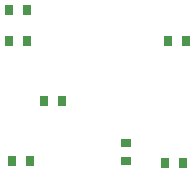
<source format=gbp>
G04*
G04 #@! TF.GenerationSoftware,Altium Limited,Altium Designer,25.4.2 (15)*
G04*
G04 Layer_Color=128*
%FSLAX44Y44*%
%MOMM*%
G71*
G04*
G04 #@! TF.SameCoordinates,3376916D-7717-44A7-936A-FC15E23AF39E*
G04*
G04*
G04 #@! TF.FilePolarity,Positive*
G04*
G01*
G75*
%ADD18R,0.9000X0.8000*%
%ADD19R,0.8000X0.9000*%
D18*
X361950Y374530D02*
D03*
Y359530D02*
D03*
D19*
X395090Y358140D02*
D03*
X410090D02*
D03*
X292220Y410210D02*
D03*
X307220D02*
D03*
X265550Y359410D02*
D03*
X280550D02*
D03*
X263010Y487680D02*
D03*
X278010D02*
D03*
X263010Y461010D02*
D03*
X278010D02*
D03*
X412630D02*
D03*
X397630D02*
D03*
M02*

</source>
